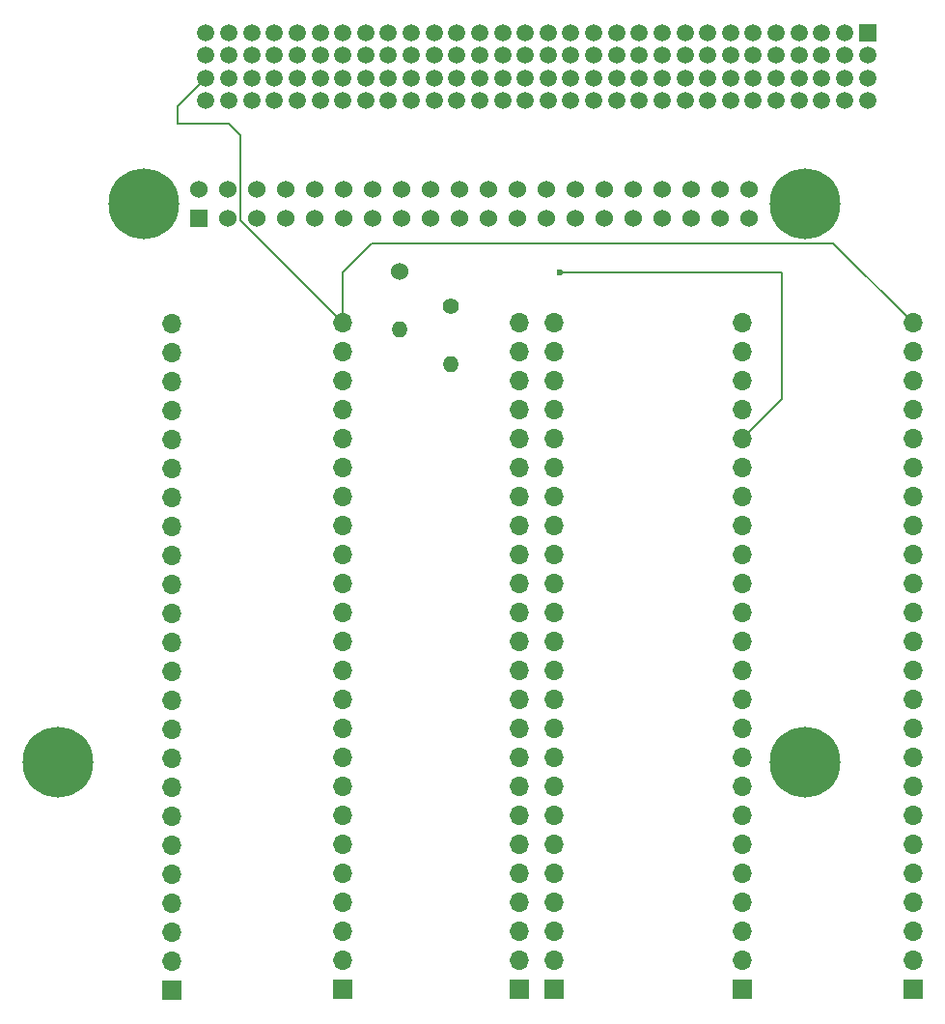
<source format=gbr>
%TF.GenerationSoftware,KiCad,Pcbnew,8.0.0*%
%TF.CreationDate,2025-01-17T03:29:13+02:00*%
%TF.ProjectId,diplomna_2024_pcb_layout,6469706c-6f6d-46e6-915f-323032345f70,rev?*%
%TF.SameCoordinates,Original*%
%TF.FileFunction,Copper,L3,Inr*%
%TF.FilePolarity,Positive*%
%FSLAX46Y46*%
G04 Gerber Fmt 4.6, Leading zero omitted, Abs format (unit mm)*
G04 Created by KiCad (PCBNEW 8.0.0) date 2025-01-17 03:29:13*
%MOMM*%
%LPD*%
G01*
G04 APERTURE LIST*
%TA.AperFunction,ComponentPad*%
%ADD10R,1.700000X1.700000*%
%TD*%
%TA.AperFunction,ComponentPad*%
%ADD11O,1.700000X1.700000*%
%TD*%
%TA.AperFunction,ComponentPad*%
%ADD12C,6.200000*%
%TD*%
%TA.AperFunction,ComponentPad*%
%ADD13R,1.524000X1.524000*%
%TD*%
%TA.AperFunction,ComponentPad*%
%ADD14C,1.524000*%
%TD*%
%TA.AperFunction,ComponentPad*%
%ADD15R,1.500000X1.500000*%
%TD*%
%TA.AperFunction,ComponentPad*%
%ADD16C,1.500000*%
%TD*%
%TA.AperFunction,ComponentPad*%
%ADD17O,1.400000X1.400000*%
%TD*%
%TA.AperFunction,ComponentPad*%
%ADD18C,1.400000*%
%TD*%
%TA.AperFunction,ViaPad*%
%ADD19C,0.600000*%
%TD*%
%TA.AperFunction,Conductor*%
%ADD20C,0.200000*%
%TD*%
G04 APERTURE END LIST*
D10*
%TO.N,I/O*%
%TO.C,REF\u002A\u002A*%
X186000000Y-138400000D03*
D11*
X186000000Y-135860000D03*
X186000000Y-133320000D03*
X186000000Y-130780000D03*
X186000000Y-128240000D03*
X186000000Y-125700000D03*
X186000000Y-123160000D03*
%TO.N,N/C*%
X186000000Y-120620000D03*
%TO.N,CS*%
X186000000Y-118080000D03*
X186000000Y-115540000D03*
X186000000Y-113000000D03*
X186000000Y-110460000D03*
X186000000Y-107920000D03*
%TO.N,N/C*%
X186000000Y-105380000D03*
%TO.N,analog*%
X186000000Y-102840000D03*
X186000000Y-100300000D03*
%TO.N,CS*%
X186000000Y-97760000D03*
%TO.N,miso*%
X186000000Y-95220000D03*
%TO.N,mosi*%
X186000000Y-92680000D03*
%TO.N,scl*%
X186000000Y-90140000D03*
%TO.N,N/C*%
X186000000Y-87600000D03*
%TO.N,sda_i2c*%
X186000000Y-85060000D03*
%TO.N,scl_i2c*%
X186000000Y-82520000D03*
%TO.N,VDD*%
X186000000Y-79980000D03*
%TD*%
D12*
%TO.N,GND*%
%TO.C,*%
X161000000Y-118500000D03*
%TD*%
D13*
%TO.N,3.3v*%
%TO.C,REF\u002A\u002A*%
X173370000Y-70770000D03*
D14*
%TO.N,VDD*%
X173370000Y-68230000D03*
%TO.N,sda_i2c*%
X175910000Y-70770000D03*
%TO.N,VDD*%
X175910000Y-68230000D03*
%TO.N,scl_i2c*%
X178450000Y-70770000D03*
%TO.N,GND*%
X178450000Y-68230000D03*
%TO.N,N/C*%
X180990000Y-70770000D03*
%TO.N,tx*%
X180990000Y-68230000D03*
%TO.N,GND*%
X183530000Y-70770000D03*
%TO.N,rx*%
X183530000Y-68230000D03*
%TO.N,N/C*%
X186070000Y-70770000D03*
X186070000Y-68230000D03*
X188610000Y-70770000D03*
%TO.N,GND*%
X188610000Y-68230000D03*
%TO.N,N/C*%
X191150000Y-70770000D03*
%TO.N,I/O*%
X191150000Y-68230000D03*
%TO.N,N/C*%
X193690000Y-70770000D03*
%TO.N,I/O*%
X193690000Y-68230000D03*
%TO.N,mosi*%
X196230000Y-70770000D03*
%TO.N,GND*%
X196230000Y-68230000D03*
%TO.N,miso*%
X198770000Y-70770000D03*
%TO.N,I/O*%
X198770000Y-68230000D03*
%TO.N,scl*%
X201310000Y-70770000D03*
%TO.N,I/O*%
X201310000Y-68230000D03*
%TO.N,GND*%
X203850000Y-70770000D03*
%TO.N,I/O*%
X203850000Y-68230000D03*
%TO.N,N/C*%
X206390000Y-70770000D03*
%TO.N,I/O*%
X206390000Y-68230000D03*
%TO.N,N/C*%
X208930000Y-70770000D03*
%TO.N,GND*%
X208930000Y-68230000D03*
%TO.N,N/C*%
X211470000Y-70770000D03*
X211470000Y-68230000D03*
X214010000Y-70770000D03*
%TO.N,GND*%
X214010000Y-68230000D03*
%TO.N,N/C*%
X216550000Y-70770000D03*
%TO.N,I/O*%
X216550000Y-68230000D03*
%TO.N,N/C*%
X219090000Y-70770000D03*
%TO.N,I/O*%
X219090000Y-68230000D03*
%TO.N,GND*%
X221630000Y-70770000D03*
%TO.N,I/O*%
X221630000Y-68230000D03*
D12*
%TO.N,GND*%
X168500000Y-69500000D03*
X226500000Y-69500000D03*
X226500000Y-118500000D03*
%TD*%
D10*
%TO.N,N/C*%
%TO.C,REF\u002A\u002A*%
X236000000Y-138400000D03*
D11*
X236000000Y-135860000D03*
X236000000Y-133320000D03*
X236000000Y-130780000D03*
X236000000Y-128240000D03*
X236000000Y-125700000D03*
X236000000Y-123160000D03*
X236000000Y-120620000D03*
X236000000Y-118080000D03*
X236000000Y-115540000D03*
X236000000Y-113000000D03*
X236000000Y-110460000D03*
X236000000Y-107920000D03*
X236000000Y-105380000D03*
X236000000Y-102840000D03*
X236000000Y-100300000D03*
X236000000Y-97760000D03*
X236000000Y-95220000D03*
X236000000Y-92680000D03*
X236000000Y-90140000D03*
X236000000Y-87600000D03*
X236000000Y-85060000D03*
X236000000Y-82520000D03*
%TO.N,VDD*%
X236000000Y-79980000D03*
%TD*%
D10*
%TO.N,I/O*%
%TO.C,REF\u002A\u002A*%
X204500000Y-138400000D03*
D11*
X204500000Y-135860000D03*
X204500000Y-133320000D03*
X204500000Y-130780000D03*
X204500000Y-128240000D03*
X204500000Y-125700000D03*
X204500000Y-123160000D03*
%TO.N,N/C*%
X204500000Y-120620000D03*
%TO.N,CS*%
X204500000Y-118080000D03*
X204500000Y-115540000D03*
X204500000Y-113000000D03*
X204500000Y-110460000D03*
X204500000Y-107920000D03*
%TO.N,N/C*%
X204500000Y-105380000D03*
%TO.N,analog*%
X204500000Y-102840000D03*
X204500000Y-100300000D03*
%TO.N,N/C*%
X204500000Y-97760000D03*
%TO.N,miso*%
X204500000Y-95220000D03*
%TO.N,mosi*%
X204500000Y-92680000D03*
%TO.N,scl*%
X204500000Y-90140000D03*
%TO.N,N/C*%
X204500000Y-87600000D03*
%TO.N,sda_i2c*%
X204500000Y-85060000D03*
%TO.N,scl_i2c*%
X204500000Y-82520000D03*
%TO.N,N/C*%
X204500000Y-79980000D03*
%TD*%
D10*
%TO.N,I/O*%
%TO.C,REF\u002A\u002A*%
X201500000Y-138400000D03*
D11*
X201500000Y-135860000D03*
X201500000Y-133320000D03*
X201500000Y-130780000D03*
X201500000Y-128240000D03*
X201500000Y-125700000D03*
X201500000Y-123160000D03*
%TO.N,N/C*%
X201500000Y-120620000D03*
%TO.N,CS*%
X201500000Y-118080000D03*
X201500000Y-115540000D03*
X201500000Y-113000000D03*
X201500000Y-110460000D03*
X201500000Y-107920000D03*
%TO.N,N/C*%
X201500000Y-105380000D03*
%TO.N,analog*%
X201500000Y-102840000D03*
X201500000Y-100300000D03*
%TO.N,N/C*%
X201500000Y-97760000D03*
%TO.N,miso*%
X201500000Y-95220000D03*
%TO.N,mosi*%
X201500000Y-92680000D03*
%TO.N,scl*%
X201500000Y-90140000D03*
%TO.N,N/C*%
X201500000Y-87600000D03*
%TO.N,sda_i2c*%
X201500000Y-85060000D03*
%TO.N,scl_i2c*%
X201500000Y-82520000D03*
%TO.N,N/C*%
X201500000Y-79980000D03*
%TD*%
D10*
%TO.N,N/C*%
%TO.C,REF\u002A\u002A*%
X171000000Y-138420000D03*
D11*
X171000000Y-135880000D03*
X171000000Y-133340000D03*
X171000000Y-130800000D03*
X171000000Y-128260000D03*
X171000000Y-125720000D03*
X171000000Y-123180000D03*
X171000000Y-120640000D03*
X171000000Y-118100000D03*
X171000000Y-115560000D03*
X171000000Y-113020000D03*
X171000000Y-110480000D03*
X171000000Y-107940000D03*
X171000000Y-105400000D03*
X171000000Y-102860000D03*
X171000000Y-100320000D03*
X171000000Y-97780000D03*
X171000000Y-95240000D03*
X171000000Y-92700000D03*
X171000000Y-90160000D03*
X171000000Y-87620000D03*
X171000000Y-85080000D03*
X171000000Y-82540000D03*
%TO.N,GND*%
X171000000Y-80000000D03*
%TD*%
D15*
%TO.N,GND*%
%TO.C,J\u002A\u002A*%
X232000000Y-54500000D03*
D16*
X230000000Y-54500000D03*
%TO.N,N/C*%
X228000000Y-54500000D03*
X226000000Y-54500000D03*
X224000000Y-54500000D03*
X222000000Y-54500000D03*
X220000000Y-54500000D03*
X218000000Y-54500000D03*
X216000000Y-54500000D03*
X214000000Y-54500000D03*
X212000000Y-54500000D03*
X210000000Y-54500000D03*
X208000000Y-54500000D03*
X206000000Y-54500000D03*
X204000000Y-54500000D03*
X202000000Y-54500000D03*
X200000000Y-54500000D03*
X198000000Y-54500000D03*
X196000000Y-54500000D03*
X194000000Y-54500000D03*
X192000000Y-54500000D03*
X190000000Y-54500000D03*
X188000000Y-54500000D03*
X186000000Y-54500000D03*
X184000000Y-54500000D03*
X182000000Y-54500000D03*
X180000000Y-54500000D03*
X178000000Y-54500000D03*
X176000000Y-54500000D03*
%TO.N,GND*%
X174000000Y-54500000D03*
X232000000Y-56500000D03*
%TO.N,N/C*%
X230000000Y-56500000D03*
X228000000Y-56500000D03*
X226000000Y-56500000D03*
X224000000Y-56500000D03*
X222000000Y-56500000D03*
X220000000Y-56500000D03*
X218000000Y-56500000D03*
X216000000Y-56500000D03*
X214000000Y-56500000D03*
X212000000Y-56500000D03*
X210000000Y-56500000D03*
X208000000Y-56500000D03*
X206000000Y-56500000D03*
X204000000Y-56500000D03*
X202000000Y-56500000D03*
X200000000Y-56500000D03*
X198000000Y-56500000D03*
X196000000Y-56500000D03*
X194000000Y-56500000D03*
X192000000Y-56500000D03*
X190000000Y-56500000D03*
X188000000Y-56500000D03*
X186000000Y-56500000D03*
X184000000Y-56500000D03*
X182000000Y-56500000D03*
X180000000Y-56500000D03*
X178000000Y-56500000D03*
X176000000Y-56500000D03*
%TO.N,3.3v*%
X174000000Y-56500000D03*
%TO.N,N/C*%
X232000000Y-58500000D03*
X230000000Y-58500000D03*
X228000000Y-58500000D03*
X226000000Y-58500000D03*
X224000000Y-58500000D03*
X222000000Y-58500000D03*
X220000000Y-58500000D03*
X218000000Y-58500000D03*
X216000000Y-58500000D03*
X214000000Y-58500000D03*
X212000000Y-58500000D03*
X210000000Y-58500000D03*
X208000000Y-58500000D03*
X206000000Y-58500000D03*
X204000000Y-58500000D03*
X202000000Y-58500000D03*
X200000000Y-58500000D03*
X198000000Y-58500000D03*
X196000000Y-58500000D03*
X194000000Y-58500000D03*
X192000000Y-58500000D03*
X190000000Y-58500000D03*
X188000000Y-58500000D03*
X186000000Y-58500000D03*
X184000000Y-58500000D03*
X182000000Y-58500000D03*
X180000000Y-58500000D03*
X178000000Y-58500000D03*
X176000000Y-58500000D03*
%TO.N,VDD*%
X174000000Y-58500000D03*
%TO.N,N/C*%
X232000000Y-60500000D03*
X230000000Y-60500000D03*
X228000000Y-60500000D03*
X226000000Y-60500000D03*
X224000000Y-60500000D03*
X222000000Y-60500000D03*
X220000000Y-60500000D03*
X218000000Y-60500000D03*
X216000000Y-60500000D03*
%TO.N,I/O*%
X214000000Y-60500000D03*
X212000000Y-60500000D03*
X210000000Y-60500000D03*
%TO.N,N/C*%
X208000000Y-60500000D03*
X206000000Y-60500000D03*
X204000000Y-60500000D03*
X202000000Y-60500000D03*
%TO.N,I/O*%
X200000000Y-60500000D03*
X198000000Y-60500000D03*
X196000000Y-60500000D03*
X194000000Y-60500000D03*
X192000000Y-60500000D03*
X190000000Y-60500000D03*
%TO.N,N/C*%
X188000000Y-60500000D03*
%TO.N,rx*%
X186000000Y-60500000D03*
%TO.N,tx*%
X184000000Y-60500000D03*
%TO.N,N/C*%
X182000000Y-60500000D03*
%TO.N,scl_i2c*%
X180000000Y-60500000D03*
%TO.N,sda_i2c*%
X178000000Y-60500000D03*
%TO.N,N/C*%
X176000000Y-60500000D03*
%TO.N,VDD*%
X174000000Y-60500000D03*
%TD*%
D14*
%TO.N,VDD*%
%TO.C,REF\u002A\u002A*%
X191000000Y-75460000D03*
D17*
%TO.N,scl_i2c*%
X191000000Y-80540000D03*
%TD*%
D18*
%TO.N,VDD*%
%TO.C,REF\u002A\u002A*%
X195500000Y-78460000D03*
D17*
%TO.N,sda_i2c*%
X195500000Y-83540000D03*
%TD*%
D10*
%TO.N,I/O*%
%TO.C,REF\u002A\u002A*%
X221000000Y-138400000D03*
D11*
X221000000Y-135860000D03*
X221000000Y-133320000D03*
X221000000Y-130780000D03*
X221000000Y-128240000D03*
X221000000Y-125700000D03*
X221000000Y-123160000D03*
%TO.N,N/C*%
X221000000Y-120620000D03*
%TO.N,CS*%
X221000000Y-118080000D03*
X221000000Y-115540000D03*
X221000000Y-113000000D03*
X221000000Y-110460000D03*
X221000000Y-107920000D03*
%TO.N,N/C*%
X221000000Y-105380000D03*
%TO.N,analog*%
X221000000Y-102840000D03*
X221000000Y-100300000D03*
%TO.N,CS*%
X221000000Y-97760000D03*
%TO.N,miso*%
X221000000Y-95220000D03*
%TO.N,mosi*%
X221000000Y-92680000D03*
%TO.N,scl*%
X221000000Y-90140000D03*
%TO.N,N/C*%
X221000000Y-87600000D03*
%TO.N,sda_i2c*%
X221000000Y-85060000D03*
%TO.N,scl_i2c*%
X221000000Y-82520000D03*
%TO.N,GND*%
X221000000Y-79980000D03*
%TD*%
D19*
%TO.N,scl*%
X205000000Y-75500000D03*
%TD*%
D20*
%TO.N,VDD*%
X171500000Y-62500000D02*
X176000000Y-62500000D01*
X177000000Y-63500000D02*
X177000000Y-70980000D01*
X177000000Y-70980000D02*
X186000000Y-79980000D01*
X171500000Y-61000000D02*
X171500000Y-62500000D01*
X174000000Y-58500000D02*
X171500000Y-61000000D01*
X176000000Y-62500000D02*
X177000000Y-63500000D01*
X188500000Y-73000000D02*
X229020000Y-73000000D01*
X186000000Y-79980000D02*
X186000000Y-75500000D01*
X186000000Y-75500000D02*
X188500000Y-73000000D01*
X229020000Y-73000000D02*
X236000000Y-79980000D01*
%TO.N,scl*%
X224500000Y-86640000D02*
X221000000Y-90140000D01*
X205000000Y-75500000D02*
X224500000Y-75500000D01*
X224500000Y-75500000D02*
X224500000Y-86640000D01*
%TD*%
M02*

</source>
